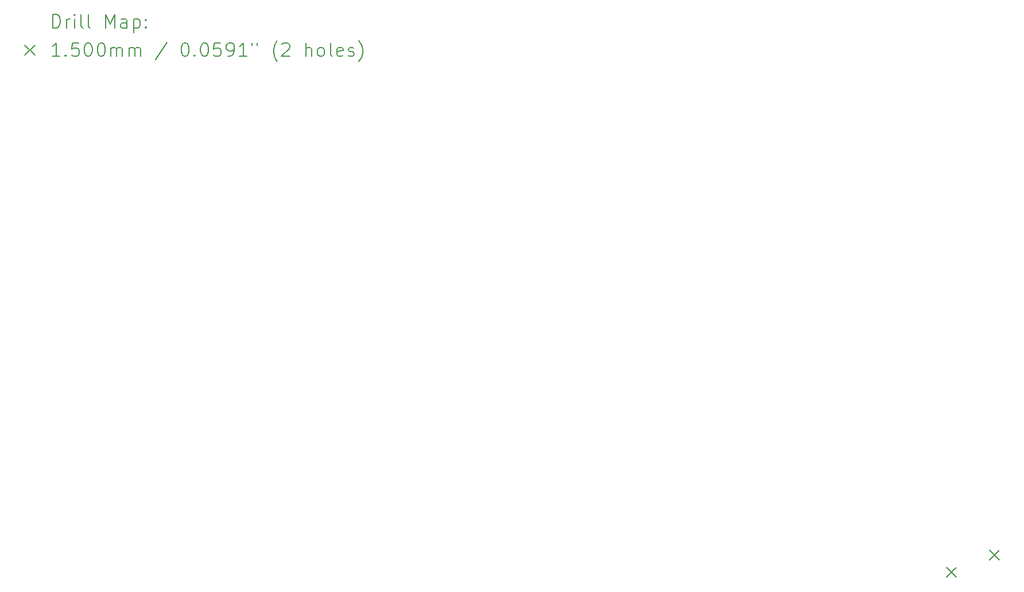
<source format=gbr>
%TF.GenerationSoftware,KiCad,Pcbnew,9.0.7*%
%TF.CreationDate,2026-02-04T16:17:57-05:00*%
%TF.ProjectId,test2,74657374-322e-46b6-9963-61645f706362,rev?*%
%TF.SameCoordinates,Original*%
%TF.FileFunction,Drillmap*%
%TF.FilePolarity,Positive*%
%FSLAX45Y45*%
G04 Gerber Fmt 4.5, Leading zero omitted, Abs format (unit mm)*
G04 Created by KiCad (PCBNEW 9.0.7) date 2026-02-04 16:17:57*
%MOMM*%
%LPD*%
G01*
G04 APERTURE LIST*
%ADD10C,0.200000*%
%ADD11C,0.150000*%
G04 APERTURE END LIST*
D10*
D11*
X13440000Y-8279000D02*
X13590000Y-8429000D01*
X13590000Y-8279000D02*
X13440000Y-8429000D01*
X14075000Y-8025000D02*
X14225000Y-8175000D01*
X14225000Y-8025000D02*
X14075000Y-8175000D01*
D10*
X260777Y-311484D02*
X260777Y-111484D01*
X260777Y-111484D02*
X308396Y-111484D01*
X308396Y-111484D02*
X336967Y-121008D01*
X336967Y-121008D02*
X356015Y-140055D01*
X356015Y-140055D02*
X365539Y-159103D01*
X365539Y-159103D02*
X375062Y-197198D01*
X375062Y-197198D02*
X375062Y-225769D01*
X375062Y-225769D02*
X365539Y-263865D01*
X365539Y-263865D02*
X356015Y-282912D01*
X356015Y-282912D02*
X336967Y-301960D01*
X336967Y-301960D02*
X308396Y-311484D01*
X308396Y-311484D02*
X260777Y-311484D01*
X460777Y-311484D02*
X460777Y-178150D01*
X460777Y-216246D02*
X470301Y-197198D01*
X470301Y-197198D02*
X479824Y-187674D01*
X479824Y-187674D02*
X498872Y-178150D01*
X498872Y-178150D02*
X517920Y-178150D01*
X584586Y-311484D02*
X584586Y-178150D01*
X584586Y-111484D02*
X575063Y-121008D01*
X575063Y-121008D02*
X584586Y-130531D01*
X584586Y-130531D02*
X594110Y-121008D01*
X594110Y-121008D02*
X584586Y-111484D01*
X584586Y-111484D02*
X584586Y-130531D01*
X708396Y-311484D02*
X689348Y-301960D01*
X689348Y-301960D02*
X679824Y-282912D01*
X679824Y-282912D02*
X679824Y-111484D01*
X813158Y-311484D02*
X794110Y-301960D01*
X794110Y-301960D02*
X784586Y-282912D01*
X784586Y-282912D02*
X784586Y-111484D01*
X1041729Y-311484D02*
X1041729Y-111484D01*
X1041729Y-111484D02*
X1108396Y-254341D01*
X1108396Y-254341D02*
X1175063Y-111484D01*
X1175063Y-111484D02*
X1175063Y-311484D01*
X1356015Y-311484D02*
X1356015Y-206722D01*
X1356015Y-206722D02*
X1346491Y-187674D01*
X1346491Y-187674D02*
X1327444Y-178150D01*
X1327444Y-178150D02*
X1289348Y-178150D01*
X1289348Y-178150D02*
X1270301Y-187674D01*
X1356015Y-301960D02*
X1336967Y-311484D01*
X1336967Y-311484D02*
X1289348Y-311484D01*
X1289348Y-311484D02*
X1270301Y-301960D01*
X1270301Y-301960D02*
X1260777Y-282912D01*
X1260777Y-282912D02*
X1260777Y-263865D01*
X1260777Y-263865D02*
X1270301Y-244817D01*
X1270301Y-244817D02*
X1289348Y-235293D01*
X1289348Y-235293D02*
X1336967Y-235293D01*
X1336967Y-235293D02*
X1356015Y-225769D01*
X1451253Y-178150D02*
X1451253Y-378150D01*
X1451253Y-187674D02*
X1470301Y-178150D01*
X1470301Y-178150D02*
X1508396Y-178150D01*
X1508396Y-178150D02*
X1527443Y-187674D01*
X1527443Y-187674D02*
X1536967Y-197198D01*
X1536967Y-197198D02*
X1546491Y-216246D01*
X1546491Y-216246D02*
X1546491Y-273389D01*
X1546491Y-273389D02*
X1536967Y-292436D01*
X1536967Y-292436D02*
X1527443Y-301960D01*
X1527443Y-301960D02*
X1508396Y-311484D01*
X1508396Y-311484D02*
X1470301Y-311484D01*
X1470301Y-311484D02*
X1451253Y-301960D01*
X1632205Y-292436D02*
X1641729Y-301960D01*
X1641729Y-301960D02*
X1632205Y-311484D01*
X1632205Y-311484D02*
X1622682Y-301960D01*
X1622682Y-301960D02*
X1632205Y-292436D01*
X1632205Y-292436D02*
X1632205Y-311484D01*
X1632205Y-187674D02*
X1641729Y-197198D01*
X1641729Y-197198D02*
X1632205Y-206722D01*
X1632205Y-206722D02*
X1622682Y-197198D01*
X1622682Y-197198D02*
X1632205Y-187674D01*
X1632205Y-187674D02*
X1632205Y-206722D01*
D11*
X-150000Y-565000D02*
X0Y-715000D01*
X0Y-565000D02*
X-150000Y-715000D01*
D10*
X365539Y-731484D02*
X251253Y-731484D01*
X308396Y-731484D02*
X308396Y-531484D01*
X308396Y-531484D02*
X289348Y-560055D01*
X289348Y-560055D02*
X270301Y-579103D01*
X270301Y-579103D02*
X251253Y-588627D01*
X451253Y-712436D02*
X460777Y-721960D01*
X460777Y-721960D02*
X451253Y-731484D01*
X451253Y-731484D02*
X441729Y-721960D01*
X441729Y-721960D02*
X451253Y-712436D01*
X451253Y-712436D02*
X451253Y-731484D01*
X641729Y-531484D02*
X546491Y-531484D01*
X546491Y-531484D02*
X536967Y-626722D01*
X536967Y-626722D02*
X546491Y-617198D01*
X546491Y-617198D02*
X565539Y-607674D01*
X565539Y-607674D02*
X613158Y-607674D01*
X613158Y-607674D02*
X632205Y-617198D01*
X632205Y-617198D02*
X641729Y-626722D01*
X641729Y-626722D02*
X651253Y-645770D01*
X651253Y-645770D02*
X651253Y-693389D01*
X651253Y-693389D02*
X641729Y-712436D01*
X641729Y-712436D02*
X632205Y-721960D01*
X632205Y-721960D02*
X613158Y-731484D01*
X613158Y-731484D02*
X565539Y-731484D01*
X565539Y-731484D02*
X546491Y-721960D01*
X546491Y-721960D02*
X536967Y-712436D01*
X775062Y-531484D02*
X794110Y-531484D01*
X794110Y-531484D02*
X813158Y-541008D01*
X813158Y-541008D02*
X822682Y-550531D01*
X822682Y-550531D02*
X832205Y-569579D01*
X832205Y-569579D02*
X841729Y-607674D01*
X841729Y-607674D02*
X841729Y-655293D01*
X841729Y-655293D02*
X832205Y-693389D01*
X832205Y-693389D02*
X822682Y-712436D01*
X822682Y-712436D02*
X813158Y-721960D01*
X813158Y-721960D02*
X794110Y-731484D01*
X794110Y-731484D02*
X775062Y-731484D01*
X775062Y-731484D02*
X756015Y-721960D01*
X756015Y-721960D02*
X746491Y-712436D01*
X746491Y-712436D02*
X736967Y-693389D01*
X736967Y-693389D02*
X727443Y-655293D01*
X727443Y-655293D02*
X727443Y-607674D01*
X727443Y-607674D02*
X736967Y-569579D01*
X736967Y-569579D02*
X746491Y-550531D01*
X746491Y-550531D02*
X756015Y-541008D01*
X756015Y-541008D02*
X775062Y-531484D01*
X965539Y-531484D02*
X984586Y-531484D01*
X984586Y-531484D02*
X1003634Y-541008D01*
X1003634Y-541008D02*
X1013158Y-550531D01*
X1013158Y-550531D02*
X1022682Y-569579D01*
X1022682Y-569579D02*
X1032205Y-607674D01*
X1032205Y-607674D02*
X1032205Y-655293D01*
X1032205Y-655293D02*
X1022682Y-693389D01*
X1022682Y-693389D02*
X1013158Y-712436D01*
X1013158Y-712436D02*
X1003634Y-721960D01*
X1003634Y-721960D02*
X984586Y-731484D01*
X984586Y-731484D02*
X965539Y-731484D01*
X965539Y-731484D02*
X946491Y-721960D01*
X946491Y-721960D02*
X936967Y-712436D01*
X936967Y-712436D02*
X927443Y-693389D01*
X927443Y-693389D02*
X917920Y-655293D01*
X917920Y-655293D02*
X917920Y-607674D01*
X917920Y-607674D02*
X927443Y-569579D01*
X927443Y-569579D02*
X936967Y-550531D01*
X936967Y-550531D02*
X946491Y-541008D01*
X946491Y-541008D02*
X965539Y-531484D01*
X1117920Y-731484D02*
X1117920Y-598150D01*
X1117920Y-617198D02*
X1127444Y-607674D01*
X1127444Y-607674D02*
X1146491Y-598150D01*
X1146491Y-598150D02*
X1175063Y-598150D01*
X1175063Y-598150D02*
X1194110Y-607674D01*
X1194110Y-607674D02*
X1203634Y-626722D01*
X1203634Y-626722D02*
X1203634Y-731484D01*
X1203634Y-626722D02*
X1213158Y-607674D01*
X1213158Y-607674D02*
X1232205Y-598150D01*
X1232205Y-598150D02*
X1260777Y-598150D01*
X1260777Y-598150D02*
X1279825Y-607674D01*
X1279825Y-607674D02*
X1289348Y-626722D01*
X1289348Y-626722D02*
X1289348Y-731484D01*
X1384586Y-731484D02*
X1384586Y-598150D01*
X1384586Y-617198D02*
X1394110Y-607674D01*
X1394110Y-607674D02*
X1413158Y-598150D01*
X1413158Y-598150D02*
X1441729Y-598150D01*
X1441729Y-598150D02*
X1460777Y-607674D01*
X1460777Y-607674D02*
X1470301Y-626722D01*
X1470301Y-626722D02*
X1470301Y-731484D01*
X1470301Y-626722D02*
X1479824Y-607674D01*
X1479824Y-607674D02*
X1498872Y-598150D01*
X1498872Y-598150D02*
X1527443Y-598150D01*
X1527443Y-598150D02*
X1546491Y-607674D01*
X1546491Y-607674D02*
X1556015Y-626722D01*
X1556015Y-626722D02*
X1556015Y-731484D01*
X1946491Y-521960D02*
X1775063Y-779103D01*
X2203634Y-531484D02*
X2222682Y-531484D01*
X2222682Y-531484D02*
X2241729Y-541008D01*
X2241729Y-541008D02*
X2251253Y-550531D01*
X2251253Y-550531D02*
X2260777Y-569579D01*
X2260777Y-569579D02*
X2270301Y-607674D01*
X2270301Y-607674D02*
X2270301Y-655293D01*
X2270301Y-655293D02*
X2260777Y-693389D01*
X2260777Y-693389D02*
X2251253Y-712436D01*
X2251253Y-712436D02*
X2241729Y-721960D01*
X2241729Y-721960D02*
X2222682Y-731484D01*
X2222682Y-731484D02*
X2203634Y-731484D01*
X2203634Y-731484D02*
X2184587Y-721960D01*
X2184587Y-721960D02*
X2175063Y-712436D01*
X2175063Y-712436D02*
X2165539Y-693389D01*
X2165539Y-693389D02*
X2156015Y-655293D01*
X2156015Y-655293D02*
X2156015Y-607674D01*
X2156015Y-607674D02*
X2165539Y-569579D01*
X2165539Y-569579D02*
X2175063Y-550531D01*
X2175063Y-550531D02*
X2184587Y-541008D01*
X2184587Y-541008D02*
X2203634Y-531484D01*
X2356015Y-712436D02*
X2365539Y-721960D01*
X2365539Y-721960D02*
X2356015Y-731484D01*
X2356015Y-731484D02*
X2346491Y-721960D01*
X2346491Y-721960D02*
X2356015Y-712436D01*
X2356015Y-712436D02*
X2356015Y-731484D01*
X2489348Y-531484D02*
X2508396Y-531484D01*
X2508396Y-531484D02*
X2527444Y-541008D01*
X2527444Y-541008D02*
X2536968Y-550531D01*
X2536968Y-550531D02*
X2546491Y-569579D01*
X2546491Y-569579D02*
X2556015Y-607674D01*
X2556015Y-607674D02*
X2556015Y-655293D01*
X2556015Y-655293D02*
X2546491Y-693389D01*
X2546491Y-693389D02*
X2536968Y-712436D01*
X2536968Y-712436D02*
X2527444Y-721960D01*
X2527444Y-721960D02*
X2508396Y-731484D01*
X2508396Y-731484D02*
X2489348Y-731484D01*
X2489348Y-731484D02*
X2470301Y-721960D01*
X2470301Y-721960D02*
X2460777Y-712436D01*
X2460777Y-712436D02*
X2451253Y-693389D01*
X2451253Y-693389D02*
X2441729Y-655293D01*
X2441729Y-655293D02*
X2441729Y-607674D01*
X2441729Y-607674D02*
X2451253Y-569579D01*
X2451253Y-569579D02*
X2460777Y-550531D01*
X2460777Y-550531D02*
X2470301Y-541008D01*
X2470301Y-541008D02*
X2489348Y-531484D01*
X2736968Y-531484D02*
X2641729Y-531484D01*
X2641729Y-531484D02*
X2632206Y-626722D01*
X2632206Y-626722D02*
X2641729Y-617198D01*
X2641729Y-617198D02*
X2660777Y-607674D01*
X2660777Y-607674D02*
X2708396Y-607674D01*
X2708396Y-607674D02*
X2727444Y-617198D01*
X2727444Y-617198D02*
X2736968Y-626722D01*
X2736968Y-626722D02*
X2746491Y-645770D01*
X2746491Y-645770D02*
X2746491Y-693389D01*
X2746491Y-693389D02*
X2736968Y-712436D01*
X2736968Y-712436D02*
X2727444Y-721960D01*
X2727444Y-721960D02*
X2708396Y-731484D01*
X2708396Y-731484D02*
X2660777Y-731484D01*
X2660777Y-731484D02*
X2641729Y-721960D01*
X2641729Y-721960D02*
X2632206Y-712436D01*
X2841729Y-731484D02*
X2879825Y-731484D01*
X2879825Y-731484D02*
X2898872Y-721960D01*
X2898872Y-721960D02*
X2908396Y-712436D01*
X2908396Y-712436D02*
X2927444Y-683865D01*
X2927444Y-683865D02*
X2936967Y-645770D01*
X2936967Y-645770D02*
X2936967Y-569579D01*
X2936967Y-569579D02*
X2927444Y-550531D01*
X2927444Y-550531D02*
X2917920Y-541008D01*
X2917920Y-541008D02*
X2898872Y-531484D01*
X2898872Y-531484D02*
X2860777Y-531484D01*
X2860777Y-531484D02*
X2841729Y-541008D01*
X2841729Y-541008D02*
X2832206Y-550531D01*
X2832206Y-550531D02*
X2822682Y-569579D01*
X2822682Y-569579D02*
X2822682Y-617198D01*
X2822682Y-617198D02*
X2832206Y-636246D01*
X2832206Y-636246D02*
X2841729Y-645770D01*
X2841729Y-645770D02*
X2860777Y-655293D01*
X2860777Y-655293D02*
X2898872Y-655293D01*
X2898872Y-655293D02*
X2917920Y-645770D01*
X2917920Y-645770D02*
X2927444Y-636246D01*
X2927444Y-636246D02*
X2936967Y-617198D01*
X3127444Y-731484D02*
X3013158Y-731484D01*
X3070301Y-731484D02*
X3070301Y-531484D01*
X3070301Y-531484D02*
X3051253Y-560055D01*
X3051253Y-560055D02*
X3032206Y-579103D01*
X3032206Y-579103D02*
X3013158Y-588627D01*
X3203634Y-531484D02*
X3203634Y-569579D01*
X3279825Y-531484D02*
X3279825Y-569579D01*
X3575063Y-807674D02*
X3565539Y-798150D01*
X3565539Y-798150D02*
X3546491Y-769579D01*
X3546491Y-769579D02*
X3536968Y-750531D01*
X3536968Y-750531D02*
X3527444Y-721960D01*
X3527444Y-721960D02*
X3517920Y-674341D01*
X3517920Y-674341D02*
X3517920Y-636246D01*
X3517920Y-636246D02*
X3527444Y-588627D01*
X3527444Y-588627D02*
X3536968Y-560055D01*
X3536968Y-560055D02*
X3546491Y-541008D01*
X3546491Y-541008D02*
X3565539Y-512436D01*
X3565539Y-512436D02*
X3575063Y-502912D01*
X3641729Y-550531D02*
X3651253Y-541008D01*
X3651253Y-541008D02*
X3670301Y-531484D01*
X3670301Y-531484D02*
X3717920Y-531484D01*
X3717920Y-531484D02*
X3736968Y-541008D01*
X3736968Y-541008D02*
X3746491Y-550531D01*
X3746491Y-550531D02*
X3756015Y-569579D01*
X3756015Y-569579D02*
X3756015Y-588627D01*
X3756015Y-588627D02*
X3746491Y-617198D01*
X3746491Y-617198D02*
X3632206Y-731484D01*
X3632206Y-731484D02*
X3756015Y-731484D01*
X3994110Y-731484D02*
X3994110Y-531484D01*
X4079825Y-731484D02*
X4079825Y-626722D01*
X4079825Y-626722D02*
X4070301Y-607674D01*
X4070301Y-607674D02*
X4051253Y-598150D01*
X4051253Y-598150D02*
X4022682Y-598150D01*
X4022682Y-598150D02*
X4003634Y-607674D01*
X4003634Y-607674D02*
X3994110Y-617198D01*
X4203634Y-731484D02*
X4184587Y-721960D01*
X4184587Y-721960D02*
X4175063Y-712436D01*
X4175063Y-712436D02*
X4165539Y-693389D01*
X4165539Y-693389D02*
X4165539Y-636246D01*
X4165539Y-636246D02*
X4175063Y-617198D01*
X4175063Y-617198D02*
X4184587Y-607674D01*
X4184587Y-607674D02*
X4203634Y-598150D01*
X4203634Y-598150D02*
X4232206Y-598150D01*
X4232206Y-598150D02*
X4251253Y-607674D01*
X4251253Y-607674D02*
X4260777Y-617198D01*
X4260777Y-617198D02*
X4270301Y-636246D01*
X4270301Y-636246D02*
X4270301Y-693389D01*
X4270301Y-693389D02*
X4260777Y-712436D01*
X4260777Y-712436D02*
X4251253Y-721960D01*
X4251253Y-721960D02*
X4232206Y-731484D01*
X4232206Y-731484D02*
X4203634Y-731484D01*
X4384587Y-731484D02*
X4365539Y-721960D01*
X4365539Y-721960D02*
X4356015Y-702912D01*
X4356015Y-702912D02*
X4356015Y-531484D01*
X4536968Y-721960D02*
X4517920Y-731484D01*
X4517920Y-731484D02*
X4479825Y-731484D01*
X4479825Y-731484D02*
X4460777Y-721960D01*
X4460777Y-721960D02*
X4451253Y-702912D01*
X4451253Y-702912D02*
X4451253Y-626722D01*
X4451253Y-626722D02*
X4460777Y-607674D01*
X4460777Y-607674D02*
X4479825Y-598150D01*
X4479825Y-598150D02*
X4517920Y-598150D01*
X4517920Y-598150D02*
X4536968Y-607674D01*
X4536968Y-607674D02*
X4546492Y-626722D01*
X4546492Y-626722D02*
X4546492Y-645770D01*
X4546492Y-645770D02*
X4451253Y-664817D01*
X4622682Y-721960D02*
X4641730Y-731484D01*
X4641730Y-731484D02*
X4679825Y-731484D01*
X4679825Y-731484D02*
X4698873Y-721960D01*
X4698873Y-721960D02*
X4708396Y-702912D01*
X4708396Y-702912D02*
X4708396Y-693389D01*
X4708396Y-693389D02*
X4698873Y-674341D01*
X4698873Y-674341D02*
X4679825Y-664817D01*
X4679825Y-664817D02*
X4651253Y-664817D01*
X4651253Y-664817D02*
X4632206Y-655293D01*
X4632206Y-655293D02*
X4622682Y-636246D01*
X4622682Y-636246D02*
X4622682Y-626722D01*
X4622682Y-626722D02*
X4632206Y-607674D01*
X4632206Y-607674D02*
X4651253Y-598150D01*
X4651253Y-598150D02*
X4679825Y-598150D01*
X4679825Y-598150D02*
X4698873Y-607674D01*
X4775063Y-807674D02*
X4784587Y-798150D01*
X4784587Y-798150D02*
X4803634Y-769579D01*
X4803634Y-769579D02*
X4813158Y-750531D01*
X4813158Y-750531D02*
X4822682Y-721960D01*
X4822682Y-721960D02*
X4832206Y-674341D01*
X4832206Y-674341D02*
X4832206Y-636246D01*
X4832206Y-636246D02*
X4822682Y-588627D01*
X4822682Y-588627D02*
X4813158Y-560055D01*
X4813158Y-560055D02*
X4803634Y-541008D01*
X4803634Y-541008D02*
X4784587Y-512436D01*
X4784587Y-512436D02*
X4775063Y-502912D01*
M02*

</source>
